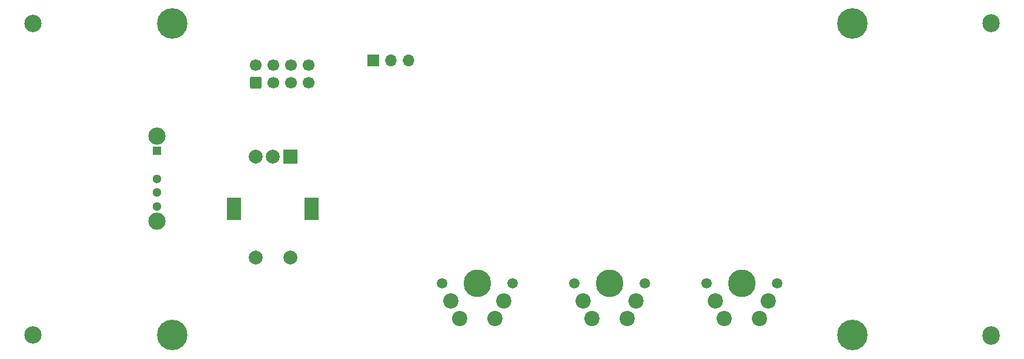
<source format=gbr>
%TF.GenerationSoftware,KiCad,Pcbnew,9.0.2*%
%TF.CreationDate,2025-07-08T15:37:37+02:00*%
%TF.ProjectId,MacroKeyPad,4d616372-6f4b-4657-9950-61642e6b6963,rev?*%
%TF.SameCoordinates,Original*%
%TF.FileFunction,Soldermask,Bot*%
%TF.FilePolarity,Negative*%
%FSLAX46Y46*%
G04 Gerber Fmt 4.6, Leading zero omitted, Abs format (unit mm)*
G04 Created by KiCad (PCBNEW 9.0.2) date 2025-07-08 15:37:37*
%MOMM*%
%LPD*%
G01*
G04 APERTURE LIST*
G04 Aperture macros list*
%AMRoundRect*
0 Rectangle with rounded corners*
0 $1 Rounding radius*
0 $2 $3 $4 $5 $6 $7 $8 $9 X,Y pos of 4 corners*
0 Add a 4 corners polygon primitive as box body*
4,1,4,$2,$3,$4,$5,$6,$7,$8,$9,$2,$3,0*
0 Add four circle primitives for the rounded corners*
1,1,$1+$1,$2,$3*
1,1,$1+$1,$4,$5*
1,1,$1+$1,$6,$7*
1,1,$1+$1,$8,$9*
0 Add four rect primitives between the rounded corners*
20,1,$1+$1,$2,$3,$4,$5,0*
20,1,$1+$1,$4,$5,$6,$7,0*
20,1,$1+$1,$6,$7,$8,$9,0*
20,1,$1+$1,$8,$9,$2,$3,0*%
G04 Aperture macros list end*
%ADD10C,2.490000*%
%ADD11C,1.300000*%
%ADD12R,1.300000X1.300000*%
%ADD13RoundRect,0.250000X0.600000X-0.600000X0.600000X0.600000X-0.600000X0.600000X-0.600000X-0.600000X0*%
%ADD14C,1.700000*%
%ADD15C,1.498600*%
%ADD16C,3.987800*%
%ADD17C,2.200000*%
%ADD18C,2.500000*%
%ADD19C,2.600000*%
%ADD20C,4.400000*%
%ADD21R,1.700000X1.700000*%
%ADD22O,1.700000X1.700000*%
%ADD23R,2.000000X2.000000*%
%ADD24C,2.000000*%
%ADD25R,2.000000X3.200000*%
G04 APERTURE END LIST*
D10*
%TO.C,J3*%
X113880000Y-84770000D03*
X113880000Y-72470000D03*
D11*
X113880000Y-82620000D03*
X113880000Y-80620000D03*
X113880000Y-78620000D03*
D12*
X113880000Y-74620000D03*
%TD*%
D13*
%TO.C,J1*%
X128050000Y-64740500D03*
D14*
X128050000Y-62200500D03*
X130590000Y-64740500D03*
X130590000Y-62200500D03*
X133130000Y-64740500D03*
X133130000Y-62200500D03*
X135670000Y-64740500D03*
X135670000Y-62200500D03*
%TD*%
D15*
%TO.C,SW3*%
X184130000Y-93760000D03*
D16*
X179050000Y-93760000D03*
D15*
X173970000Y-93760000D03*
D17*
X182860000Y-96300000D03*
X175240000Y-96300000D03*
X181590000Y-98840000D03*
X176510000Y-98840000D03*
%TD*%
D18*
%TO.C,REF\u002A\u002A*%
X96010000Y-56210000D03*
X96010000Y-56210000D03*
%TD*%
D15*
%TO.C,SW1*%
X165080000Y-93760000D03*
D16*
X160000000Y-93760000D03*
D15*
X154920000Y-93760000D03*
D17*
X163810000Y-96300000D03*
X156190000Y-96300000D03*
X162540000Y-98840000D03*
X157460000Y-98840000D03*
%TD*%
D18*
%TO.C,REF\u002A\u002A*%
X234010000Y-101210000D03*
X234010000Y-101310000D03*
%TD*%
D19*
%TO.C,REF\u002A\u002A*%
X214010000Y-56210000D03*
D20*
X214010000Y-56210000D03*
%TD*%
D21*
%TO.C,J2*%
X145040000Y-61510000D03*
D22*
X147580000Y-61510000D03*
X150120000Y-61510000D03*
%TD*%
D19*
%TO.C,REF\u002A\u002A*%
X116010000Y-56210000D03*
D20*
X116010000Y-56210000D03*
%TD*%
D19*
%TO.C,REF\u002A\u002A*%
X214010000Y-101210000D03*
D20*
X214010000Y-101210000D03*
%TD*%
D19*
%TO.C,REF\u002A\u002A*%
X116010000Y-101210000D03*
D20*
X116010000Y-101210000D03*
%TD*%
D23*
%TO.C,SW2*%
X133050000Y-75460000D03*
D24*
X128050000Y-75460000D03*
X130550000Y-75460000D03*
D25*
X136150000Y-82960000D03*
X124950000Y-82960000D03*
D24*
X128050000Y-89960000D03*
X133050000Y-89960000D03*
%TD*%
D18*
%TO.C,REF\u002A\u002A*%
X96000000Y-101210000D03*
X96000000Y-101210000D03*
%TD*%
%TO.C,REF\u002A\u002A*%
X234010000Y-56110000D03*
X234010000Y-56210000D03*
%TD*%
D15*
%TO.C,SW4*%
X203180000Y-93760000D03*
D16*
X198100000Y-93760000D03*
D15*
X193020000Y-93760000D03*
D17*
X201910000Y-96300000D03*
X194290000Y-96300000D03*
X200640000Y-98840000D03*
X195560000Y-98840000D03*
%TD*%
M02*

</source>
